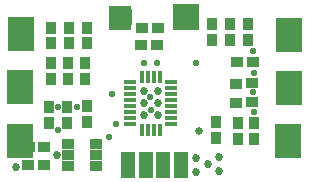
<source format=gts>
%FSLAX25Y25*%
%MOIN*%
G70*
G01*
G75*
G04 Layer_Color=8388736*
%ADD10R,0.03600X0.03000*%
%ADD11R,0.03543X0.02559*%
%ADD12R,0.07874X0.11024*%
%ADD13R,0.06000X0.05000*%
%ADD14R,0.03000X0.03600*%
%ADD15R,0.03150X0.00906*%
%ADD16R,0.00906X0.03150*%
%ADD17R,0.03937X0.07874*%
%ADD18C,0.01000*%
%ADD19C,0.02000*%
%ADD20C,0.01500*%
%ADD21C,0.01700*%
%ADD22C,0.01900*%
%ADD23R,0.15156X0.09649*%
%ADD24R,0.15310X0.02394*%
%ADD25R,0.06525X0.02707*%
%ADD26R,0.06323X0.02939*%
%ADD27R,0.06830X0.04197*%
%ADD28R,0.19009X0.03190*%
%ADD29R,0.08936X0.09999*%
%ADD30R,0.08242X0.15824*%
%ADD31R,0.08028X0.08465*%
%ADD32R,0.08515X0.08961*%
%ADD33C,0.02300*%
%ADD34C,0.01800*%
%ADD35R,0.11024X0.07874*%
%ADD36C,0.00984*%
%ADD37C,0.00787*%
%ADD38C,0.00700*%
%ADD39C,0.01200*%
%ADD40C,0.00400*%
%ADD41R,0.01672X0.03953*%
%ADD42R,0.07665X0.08194*%
%ADD43R,0.08822X0.08756*%
%ADD44R,0.04400X0.03800*%
%ADD45R,0.04343X0.03359*%
%ADD46R,0.08674X0.11824*%
%ADD47R,0.06800X0.05800*%
%ADD48R,0.03800X0.04400*%
%ADD49R,0.03950X0.01706*%
%ADD50R,0.01706X0.03950*%
%ADD51R,0.04737X0.08674*%
%ADD52C,0.02700*%
%ADD53C,0.02200*%
%ADD54C,0.02600*%
D41*
X348060Y327432D02*
D03*
X349998Y309716D02*
D03*
X348007Y309715D02*
D03*
D42*
X338829Y346957D02*
D03*
D43*
X360949Y347138D02*
D03*
D44*
X308177Y298038D02*
D03*
X313444Y298067D02*
D03*
X377779Y332238D02*
D03*
X383046Y332267D02*
D03*
X377438Y325125D02*
D03*
X382705Y325154D02*
D03*
X377435Y318798D02*
D03*
X382702Y318827D02*
D03*
X351346Y343802D02*
D03*
X346079Y343774D02*
D03*
X351189Y337842D02*
D03*
X345922Y337813D02*
D03*
X308353Y303889D02*
D03*
X313620Y303918D02*
D03*
D45*
X321385Y304972D02*
D03*
Y301232D02*
D03*
Y297492D02*
D03*
X330834D02*
D03*
Y301232D02*
D03*
Y304972D02*
D03*
D46*
X395023Y341288D02*
D03*
X395032Y323538D02*
D03*
X394949Y305815D02*
D03*
X305623Y306056D02*
D03*
X305614Y323806D02*
D03*
X305697Y341529D02*
D03*
D47*
X339535Y347141D02*
D03*
X360557Y347063D02*
D03*
D48*
X315872Y343776D02*
D03*
X315901Y338509D02*
D03*
X321934Y343776D02*
D03*
X321963Y338509D02*
D03*
X327776Y343776D02*
D03*
X327804Y338509D02*
D03*
X315791Y331972D02*
D03*
X315819Y326706D02*
D03*
X321442Y331911D02*
D03*
X321470Y326644D02*
D03*
X327154Y331911D02*
D03*
X327183Y326644D02*
D03*
X315206Y317285D02*
D03*
X315234Y312018D02*
D03*
X321205Y317285D02*
D03*
X321234Y312018D02*
D03*
X327877Y312247D02*
D03*
X327849Y317514D02*
D03*
X383649Y306656D02*
D03*
X383621Y311923D02*
D03*
X370825Y307048D02*
D03*
X370797Y312314D02*
D03*
X378207Y311844D02*
D03*
X378236Y306578D02*
D03*
X369584Y345068D02*
D03*
X369613Y339801D02*
D03*
X375618Y345011D02*
D03*
X375646Y339744D02*
D03*
X381538Y345011D02*
D03*
X381566Y339744D02*
D03*
D49*
X355928Y325483D02*
D03*
Y323514D02*
D03*
Y321546D02*
D03*
Y319577D02*
D03*
Y317608D02*
D03*
Y315640D02*
D03*
Y313671D02*
D03*
Y311703D02*
D03*
X342149D02*
D03*
Y313671D02*
D03*
Y315640D02*
D03*
Y317608D02*
D03*
Y319577D02*
D03*
Y321546D02*
D03*
Y323514D02*
D03*
Y325483D02*
D03*
D50*
X351991Y309735D02*
D03*
X346086D02*
D03*
Y327451D02*
D03*
X350023D02*
D03*
X351991D02*
D03*
D51*
X341423Y298086D02*
D03*
X347349Y298124D02*
D03*
X353286Y298086D02*
D03*
X359245Y298120D02*
D03*
D52*
X359987Y298085D02*
D03*
X340621Y298033D02*
D03*
X317745Y301294D02*
D03*
X304305Y297388D02*
D03*
X308184Y309821D02*
D03*
X351551Y322749D02*
D03*
X346863Y322637D02*
D03*
X346930Y314494D02*
D03*
X351574Y314539D02*
D03*
X351596Y318599D02*
D03*
X346908Y318666D02*
D03*
X302914Y327737D02*
D03*
X308069Y327721D02*
D03*
X302998Y319940D02*
D03*
X307850Y320071D02*
D03*
X305446Y323918D02*
D03*
X392653Y327501D02*
D03*
X397461Y327545D02*
D03*
X395166Y323695D02*
D03*
X392696Y319895D02*
D03*
X397417Y320114D02*
D03*
X392503Y345468D02*
D03*
X397503Y345507D02*
D03*
X395100Y341360D02*
D03*
X392697Y337174D02*
D03*
X397503Y337251D02*
D03*
X392309Y309889D02*
D03*
X397348Y309850D02*
D03*
X394867Y306323D02*
D03*
X392465Y301866D02*
D03*
X397464D02*
D03*
X371857Y300625D02*
D03*
Y295935D02*
D03*
X368152Y298421D02*
D03*
X364166Y300437D02*
D03*
X364260Y295560D02*
D03*
X303445Y309798D02*
D03*
X303005Y345654D02*
D03*
X307937D02*
D03*
X305365Y341109D02*
D03*
X302864Y337233D02*
D03*
X308219D02*
D03*
D53*
X336298Y321551D02*
D03*
X335213Y307299D02*
D03*
X318163Y309567D02*
D03*
X364058Y332030D02*
D03*
X383189Y335960D02*
D03*
X348847Y320658D02*
D03*
X349004Y316467D02*
D03*
X337612Y311715D02*
D03*
X324562Y317430D02*
D03*
X318185Y317304D02*
D03*
X346773Y332041D02*
D03*
X351306Y332086D02*
D03*
X383405Y328605D02*
D03*
X383430Y315602D02*
D03*
X383279Y322164D02*
D03*
D54*
X365016Y309357D02*
D03*
M02*

</source>
